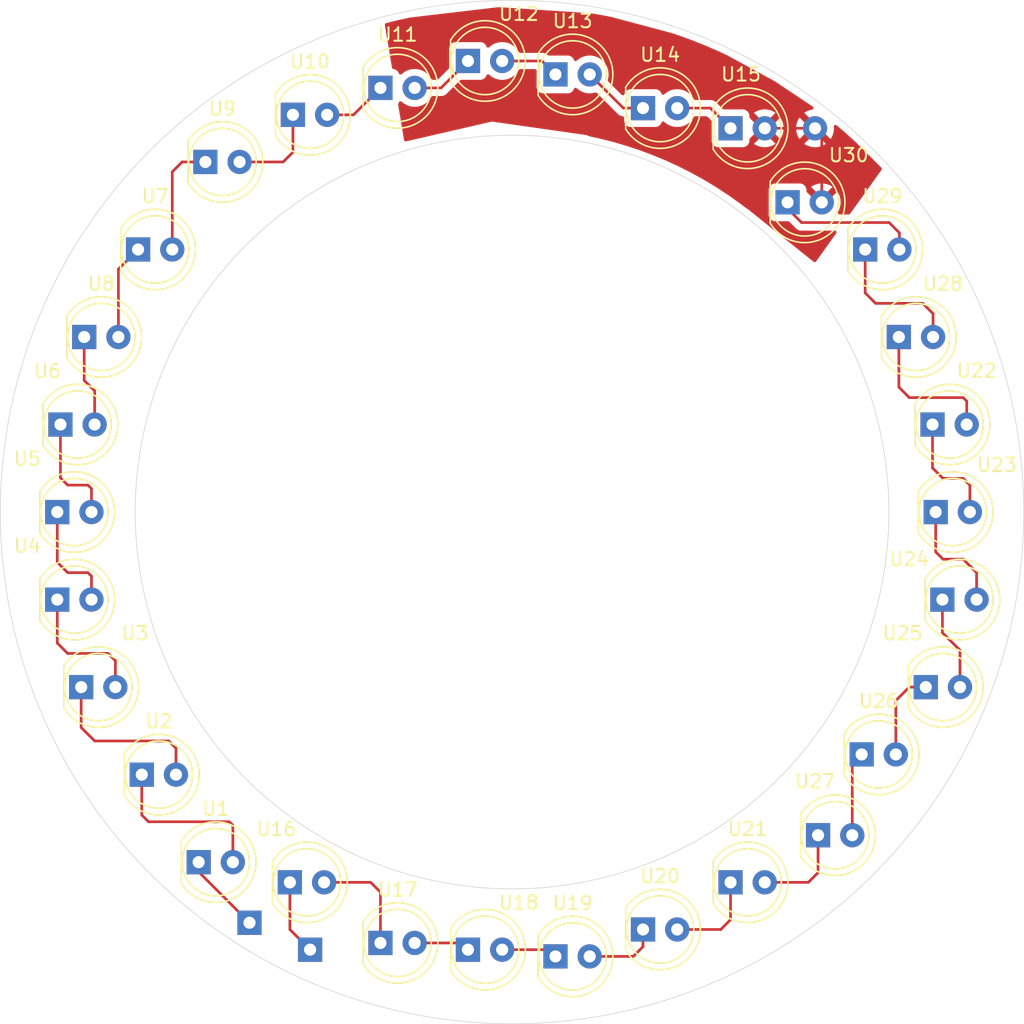
<source format=kicad_pcb>
(kicad_pcb (version 20240108) (generator "pcbnew") (generator_version "8.0")
  (layers (0 "F.Cu" signal) (31 "B.Cu" signal) (34 "B.Paste" user) (35 "F.Paste" user) (36 "B.SilkS" user "B.Silkscreen") (37 "F.SilkS" user "F.Silkscreen") (38 "B.Mask" user) (39 "F.Mask" user) (44 "Edge.Cuts" user))
  (net 0 "")
  (net 1 "Net-(R1-Pad1)")
  (net 2 "Net-(R2-Pad1)")
  (net 3 "Net-(U1-Pad2)")
  (net 4 "Net-(U2-Pad2)")
  (net 5 "Net-(U3-Pad2)")
  (net 6 "Net-(U4-Pad2)")
  (net 7 "Net-(U5-Pad2)")
  (net 8 "Net-(U6-Pad2)")
  (net 9 "Net-(U7-Pad1)")
  (net 10 "Net-(U7-Pad2)")
  (net 11 "Net-(U10-Pad1)")
  (net 12 "Net-(U10-Pad2)")
  (net 13 "Net-(U11-Pad2)")
  (net 14 "Net-(U12-Pad2)")
  (net 15 "Net-(U13-Pad2)")
  (net 16 "Net-(U14-Pad2)")
  (net 17 "GND")
  (net 18 "Net-(U16-Pad2)")
  (net 19 "Net-(U17-Pad2)")
  (net 20 "Net-(U18-Pad2)")
  (net 21 "Net-(U19-Pad2)")
  (net 22 "Net-(U20-Pad2)")
  (net 23 "Net-(U21-Pad2)")
  (net 24 "Net-(U22-Pad2)")
  (net 25 "Net-(U22-Pad1)")
  (net 26 "Net-(U23-Pad1)")
  (net 27 "Net-(U24-Pad1)")
  (net 28 "Net-(U25-Pad1)")
  (net 29 "Net-(U26-Pad1)")
  (net 30 "Net-(U28-Pad2)")
  (net 31 "Net-(U29-Pad2)")
  (footprint "LED_THT:LED_D5.0mm" (layer "F.Cu") (at 172.725 124)
    (property "Reference" "U27" (at -0.225 -4 0) (layer "F.SilkS"))
    (property "Value" "~")
    (fp_line (start -1.29 -1.545) (end -1.29 1.545) (stroke (width 0.12)) (layer "F.SilkS"))
    (fp_arc (start -1.29 -1.54483) (mid 2.072002 -2.880433) (end 4.26 0.000462) (stroke (width 0.12)) (layer "F.SilkS"))
    (fp_arc (start 4.26 -0.000462) (mid 2.072002 2.880433) (end -1.29 1.54483) (stroke (width 0.12)) (layer "F.SilkS"))
    (fp_circle (center 1.27 0) (end 3.77 0) (stroke (width 0.12)) (fill none) (layer "F.SilkS"))
    (pad "1" thru_hole rect (at 0 0) (size 1.8 1.8) (drill 0.9) (layers "*.Cu" "*.Mask") (net 23 "Net-(U21-Pad2)"))
    (pad "2" thru_hole circle (at 2.54 0) (size 1.8 1.8) (drill 0.9) (layers "*.Cu" "*.Mask") (net 29 "Net-(U26-Pad1)"))
  )
  (footprint "LED_THT:LED_D5.0mm" (layer "F.Cu") (at 127.225 74)
    (property "Reference" "U9" (at 1.27 -3.96 0) (layer "F.SilkS"))
    (property "Value" "~")
    (fp_line (start -1.29 -1.545) (end -1.29 1.545) (stroke (width 0.12)) (layer "F.SilkS"))
    (fp_arc (start -1.29 -1.54483) (mid 2.072002 -2.880433) (end 4.26 0.000462) (stroke (width 0.12)) (layer "F.SilkS"))
    (fp_arc (start 4.26 -0.000462) (mid 2.072002 2.880433) (end -1.29 1.54483) (stroke (width 0.12)) (layer "F.SilkS"))
    (fp_circle (center 1.27 0) (end 3.77 0) (stroke (width 0.12)) (fill none) (layer "F.SilkS"))
    (pad "1" thru_hole rect (at 0 0) (size 1.8 1.8) (drill 0.9) (layers "*.Cu" "*.Mask") (net 10 "Net-(U7-Pad2)"))
    (pad "2" thru_hole circle (at 2.54 0) (size 1.8 1.8) (drill 0.9) (layers "*.Cu" "*.Mask") (net 11 "Net-(U10-Pad1)"))
  )
  (footprint "LED_THT:LED_D5.0mm" (layer "F.Cu") (at 116.225 106.5)
    (property "Reference" "U4" (at -2.225 -4 0) (layer "F.SilkS"))
    (property "Value" "~")
    (fp_line (start -1.29 -1.545) (end -1.29 1.545) (stroke (width 0.12)) (layer "F.SilkS"))
    (fp_arc (start -1.29 -1.54483) (mid 2.072002 -2.880433) (end 4.26 0.000462) (stroke (width 0.12)) (layer "F.SilkS"))
    (fp_arc (start 4.26 -0.000462) (mid 2.072002 2.880433) (end -1.29 1.54483) (stroke (width 0.12)) (layer "F.SilkS"))
    (fp_circle (center 1.27 0) (end 3.77 0) (stroke (width 0.12)) (fill none) (layer "F.SilkS"))
    (pad "1" thru_hole rect (at 0 0) (size 1.8 1.8) (drill 0.9) (layers "*.Cu" "*.Mask") (net 5 "Net-(U3-Pad2)"))
    (pad "2" thru_hole circle (at 2.54 0) (size 1.8 1.8) (drill 0.9) (layers "*.Cu" "*.Mask") (net 6 "Net-(U4-Pad2)"))
  )
  (footprint "" (layer "F.Cu") (at 130.5 130.5)
    (property "Reference" "" (at 0 0 0) (layer "F.SilkS") (effects (font (size 1.27 1.27))))
    (property "Value" "")
    (pad "1" thru_hole rect (at 0 0) (size 1.8 1.8) (drill 0.9) (layers "*.Cu" "*.Mask") (net 1 "Net-(R1-Pad1)"))
  )
  (footprint "LED_THT:LED_D5.0mm" (layer "F.Cu") (at 116.46 93.5)
    (property "Reference" "U6" (at -0.96 -3.96 0) (layer "F.SilkS"))
    (property "Value" "~")
    (fp_line (start -1.29 -1.545) (end -1.29 1.545) (stroke (width 0.12)) (layer "F.SilkS"))
    (fp_arc (start -1.29 -1.54483) (mid 2.072002 -2.880433) (end 4.26 0.000462) (stroke (width 0.12)) (layer "F.SilkS"))
    (fp_arc (start 4.26 -0.000462) (mid 2.072002 2.880433) (end -1.29 1.54483) (stroke (width 0.12)) (layer "F.SilkS"))
    (fp_circle (center 1.27 0) (end 3.77 0) (stroke (width 0.12)) (fill none) (layer "F.SilkS"))
    (pad "1" thru_hole rect (at 0 0) (size 1.8 1.8) (drill 0.9) (layers "*.Cu" "*.Mask") (net 7 "Net-(U5-Pad2)"))
    (pad "2" thru_hole circle (at 2.54 0) (size 1.8 1.8) (drill 0.9) (layers "*.Cu" "*.Mask") (net 8 "Net-(U6-Pad2)"))
  )
  (footprint "LED_THT:LED_D5.0mm" (layer "F.Cu") (at 176.225 80.5)
    (property "Reference" "U29" (at 1.27 -3.96 0) (layer "F.SilkS"))
    (property "Value" "~")
    (fp_line (start -1.29 -1.545) (end -1.29 1.545) (stroke (width 0.12)) (layer "F.SilkS"))
    (fp_arc (start -1.29 -1.54483) (mid 2.072002 -2.880433) (end 4.26 0.000462) (stroke (width 0.12)) (layer "F.SilkS"))
    (fp_arc (start 4.26 -0.000462) (mid 2.072002 2.880433) (end -1.29 1.54483) (stroke (width 0.12)) (layer "F.SilkS"))
    (fp_circle (center 1.27 0) (end 3.77 0) (stroke (width 0.12)) (fill none) (layer "F.SilkS"))
    (pad "1" thru_hole rect (at 0 0) (size 1.8 1.8) (drill 0.9) (layers "*.Cu" "*.Mask") (net 30 "Net-(U28-Pad2)"))
    (pad "2" thru_hole circle (at 2.54 0) (size 1.8 1.8) (drill 0.9) (layers "*.Cu" "*.Mask") (net 31 "Net-(U29-Pad2)"))
  )
  (footprint "" (layer "F.Cu") (at 135 132.5)
    (property "Reference" "" (at 0 0 0) (layer "F.SilkS") (effects (font (size 1.27 1.27))))
    (property "Value" "")
    (pad "1" thru_hole rect (at 0 0) (size 1.8 1.8) (drill 0.9) (layers "*.Cu" "*.Mask") (net 2 "Net-(R2-Pad1)"))
  )
  (footprint "LED_THT:LED_D5.0mm" (layer "F.Cu") (at 118 113)
    (property "Reference" "U3" (at 4 -4 0) (layer "F.SilkS"))
    (property "Value" "~")
    (fp_line (start -1.29 -1.545) (end -1.29 1.545) (stroke (width 0.12)) (layer "F.SilkS"))
    (fp_arc (start -1.29 -1.54483) (mid 2.072002 -2.880433) (end 4.26 0.000462) (stroke (width 0.12)) (layer "F.SilkS"))
    (fp_arc (start 4.26 -0.000462) (mid 2.072002 2.880433) (end -1.29 1.54483) (stroke (width 0.12)) (layer "F.SilkS"))
    (fp_circle (center 1.27 0) (end 3.77 0) (stroke (width 0.12)) (fill none) (layer "F.SilkS"))
    (pad "1" thru_hole rect (at 0 0) (size 1.8 1.8) (drill 0.9) (layers "*.Cu" "*.Mask") (net 4 "Net-(U2-Pad2)"))
    (pad "2" thru_hole circle (at 2.54 0) (size 1.8 1.8) (drill 0.9) (layers "*.Cu" "*.Mask") (net 5 "Net-(U3-Pad2)"))
  )
  (footprint "" (layer "F.Cu") (at 172.5 71.5)
    (property "Reference" "" (at 0 0 0) (layer "F.SilkS") (effects (font (size 1.27 1.27))))
    (property "Value" "")
    (pad "2" thru_hole circle (at 0 0) (size 1.8 1.8) (drill 0.9) (layers "*.Cu" "*.Mask") (net 17 "GND"))
  )
  (footprint "LED_THT:LED_D5.0mm" (layer "F.Cu") (at 159.725 70)
    (property "Reference" "U14" (at 1.27 -3.96 0) (layer "F.SilkS"))
    (property "Value" "~")
    (fp_line (start -1.29 -1.545) (end -1.29 1.545) (stroke (width 0.12)) (layer "F.SilkS"))
    (fp_arc (start -1.29 -1.54483) (mid 2.072002 -2.880433) (end 4.26 0.000462) (stroke (width 0.12)) (layer "F.SilkS"))
    (fp_arc (start 4.26 -0.000462) (mid 2.072002 2.880433) (end -1.29 1.54483) (stroke (width 0.12)) (layer "F.SilkS"))
    (fp_circle (center 1.27 0) (end 3.77 0) (stroke (width 0.12)) (fill none) (layer "F.SilkS"))
    (pad "1" thru_hole rect (at 0 0) (size 1.8 1.8) (drill 0.9) (layers "*.Cu" "*.Mask") (net 15 "Net-(U13-Pad2)"))
    (pad "2" thru_hole circle (at 2.54 0) (size 1.8 1.8) (drill 0.9) (layers "*.Cu" "*.Mask") (net 16 "Net-(U14-Pad2)"))
  )
  (footprint "LED_THT:LED_D5.0mm" (layer "F.Cu") (at 180.725 113)
    (property "Reference" "U25" (at -1.725 -4 0) (layer "F.SilkS"))
    (property "Value" "~")
    (fp_line (start -1.29 -1.545) (end -1.29 1.545) (stroke (width 0.12)) (layer "F.SilkS"))
    (fp_arc (start -1.29 -1.54483) (mid 2.072002 -2.880433) (end 4.26 0.000462) (stroke (width 0.12)) (layer "F.SilkS"))
    (fp_arc (start 4.26 -0.000462) (mid 2.072002 2.880433) (end -1.29 1.54483) (stroke (width 0.12)) (layer "F.SilkS"))
    (fp_circle (center 1.27 0) (end 3.77 0) (stroke (width 0.12)) (fill none) (layer "F.SilkS"))
    (pad "1" thru_hole rect (at 0 0) (size 1.8 1.8) (drill 0.9) (layers "*.Cu" "*.Mask") (net 28 "Net-(U25-Pad1)"))
    (pad "2" thru_hole circle (at 2.54 0) (size 1.8 1.8) (drill 0.9) (layers "*.Cu" "*.Mask") (net 27 "Net-(U24-Pad1)"))
  )
  (footprint "LED_THT:LED_D5.0mm" (layer "F.Cu") (at 181.96 106.5)
    (property "Reference" "U24" (at -2.46 -3 0) (layer "F.SilkS"))
    (property "Value" "~")
    (fp_line (start -1.29 -1.545) (end -1.29 1.545) (stroke (width 0.12)) (layer "F.SilkS"))
    (fp_arc (start -1.29 -1.54483) (mid 2.072002 -2.880433) (end 4.26 0.000462) (stroke (width 0.12)) (layer "F.SilkS"))
    (fp_arc (start 4.26 -0.000462) (mid 2.072002 2.880433) (end -1.29 1.54483) (stroke (width 0.12)) (layer "F.SilkS"))
    (fp_circle (center 1.27 0) (end 3.77 0) (stroke (width 0.12)) (fill none) (layer "F.SilkS"))
    (pad "1" thru_hole rect (at 0 0) (size 1.8 1.8) (drill 0.9) (layers "*.Cu" "*.Mask") (net 27 "Net-(U24-Pad1)"))
    (pad "2" thru_hole circle (at 2.54 0) (size 1.8 1.8) (drill 0.9) (layers "*.Cu" "*.Mask") (net 26 "Net-(U23-Pad1)"))
  )
  (footprint "LED_THT:LED_D5.0mm" (layer "F.Cu") (at 181.225 93.5)
    (property "Reference" "U22" (at 3.275 -4 0) (layer "F.SilkS"))
    (property "Value" "~")
    (fp_line (start -1.29 -1.545) (end -1.29 1.545) (stroke (width 0.12)) (layer "F.SilkS"))
    (fp_arc (start -1.29 -1.54483) (mid 2.072002 -2.880433) (end 4.26 0.000462) (stroke (width 0.12)) (layer "F.SilkS"))
    (fp_arc (start 4.26 -0.000462) (mid 2.072002 2.880433) (end -1.29 1.54483) (stroke (width 0.12)) (layer "F.SilkS"))
    (fp_circle (center 1.27 0) (end 3.77 0) (stroke (width 0.12)) (fill none) (layer "F.SilkS"))
    (pad "1" thru_hole rect (at 0 0) (size 1.8 1.8) (drill 0.9) (layers "*.Cu" "*.Mask") (net 25 "Net-(U22-Pad1)"))
    (pad "2" thru_hole circle (at 2.54 0) (size 1.8 1.8) (drill 0.9) (layers "*.Cu" "*.Mask") (net 24 "Net-(U22-Pad2)"))
  )
  (footprint "LED_THT:LED_D5.0mm" (layer "F.Cu") (at 146.725 132.5)
    (property "Reference" "U18" (at 3.775 -3.5 0) (layer "F.SilkS"))
    (property "Value" "~")
    (fp_line (start -1.29 -1.545) (end -1.29 1.545) (stroke (width 0.12)) (layer "F.SilkS"))
    (fp_arc (start -1.29 -1.54483) (mid 2.072002 -2.880433) (end 4.26 0.000462) (stroke (width 0.12)) (layer "F.SilkS"))
    (fp_arc (start 4.26 -0.000462) (mid 2.072002 2.880433) (end -1.29 1.54483) (stroke (width 0.12)) (layer "F.SilkS"))
    (fp_circle (center 1.27 0) (end 3.77 0) (stroke (width 0.12)) (fill none) (layer "F.SilkS"))
    (pad "1" thru_hole rect (at 0 0) (size 1.8 1.8) (drill 0.9) (layers "*.Cu" "*.Mask") (net 19 "Net-(U17-Pad2)"))
    (pad "2" thru_hole circle (at 2.54 0) (size 1.8 1.8) (drill 0.9) (layers "*.Cu" "*.Mask") (net 20 "Net-(U18-Pad2)"))
  )
  (footprint "LED_THT:LED_D5.0mm" (layer "F.Cu") (at 153.225 133)
    (property "Reference" "U19" (at 1.27 -3.96 0) (layer "F.SilkS"))
    (property "Value" "~")
    (fp_line (start -1.29 -1.545) (end -1.29 1.545) (stroke (width 0.12)) (layer "F.SilkS"))
    (fp_arc (start -1.29 -1.54483) (mid 2.072002 -2.880433) (end 4.26 0.000462) (stroke (width 0.12)) (layer "F.SilkS"))
    (fp_arc (start 4.26 -0.000462) (mid 2.072002 2.880433) (end -1.29 1.54483) (stroke (width 0.12)) (layer "F.SilkS"))
    (fp_circle (center 1.27 0) (end 3.77 0) (stroke (width 0.12)) (fill none) (layer "F.SilkS"))
    (pad "1" thru_hole rect (at 0 0) (size 1.8 1.8) (drill 0.9) (layers "*.Cu" "*.Mask") (net 20 "Net-(U18-Pad2)"))
    (pad "2" thru_hole circle (at 2.54 0) (size 1.8 1.8) (drill 0.9) (layers "*.Cu" "*.Mask") (net 21 "Net-(U19-Pad2)"))
  )
  (footprint "LED_THT:LED_D5.0mm" (layer "F.Cu") (at 140.225 68.5)
    (property "Reference" "U11" (at 1.27 -3.96 0) (layer "F.SilkS"))
    (property "Value" "~")
    (fp_line (start -1.29 -1.545) (end -1.29 1.545) (stroke (width 0.12)) (layer "F.SilkS"))
    (fp_arc (start -1.29 -1.54483) (mid 2.072002 -2.880433) (end 4.26 0.000462) (stroke (width 0.12)) (layer "F.SilkS"))
    (fp_arc (start 4.26 -0.000462) (mid 2.072002 2.880433) (end -1.29 1.54483) (stroke (width 0.12)) (layer "F.SilkS"))
    (fp_circle (center 1.27 0) (end 3.77 0) (stroke (width 0.12)) (fill none) (layer "F.SilkS"))
    (pad "1" thru_hole rect (at 0 0) (size 1.8 1.8) (drill 0.9) (layers "*.Cu" "*.Mask") (net 12 "Net-(U10-Pad2)"))
    (pad "2" thru_hole circle (at 2.54 0) (size 1.8 1.8) (drill 0.9) (layers "*.Cu" "*.Mask") (net 13 "Net-(U11-Pad2)"))
  )
  (footprint "LED_THT:LED_D5.0mm" (layer "F.Cu") (at 133.5 127.5)
    (property "Reference" "U16" (at -1 -3.96 0) (layer "F.SilkS"))
    (property "Value" "~")
    (fp_line (start -1.29 -1.545) (end -1.29 1.545) (stroke (width 0.12)) (layer "F.SilkS"))
    (fp_arc (start -1.29 -1.54483) (mid 2.072002 -2.880433) (end 4.26 0.000462) (stroke (width 0.12)) (layer "F.SilkS"))
    (fp_arc (start 4.26 -0.000462) (mid 2.072002 2.880433) (end -1.29 1.54483) (stroke (width 0.12)) (layer "F.SilkS"))
    (fp_circle (center 1.27 0) (end 3.77 0) (stroke (width 0.12)) (fill none) (layer "F.SilkS"))
    (pad "1" thru_hole rect (at 0 0) (size 1.8 1.8) (drill 0.9) (layers "*.Cu" "*.Mask") (net 2 "Net-(R2-Pad1)"))
    (pad "2" thru_hole circle (at 2.54 0) (size 1.8 1.8) (drill 0.9) (layers "*.Cu" "*.Mask") (net 18 "Net-(U16-Pad2)"))
  )
  (footprint "LED_THT:LED_D5.0mm" (layer "F.Cu") (at 170.46 77)
    (property "Reference" "U30" (at 4.54 -3.5 0) (layer "F.SilkS"))
    (property "Value" "~")
    (fp_line (start -1.29 -1.545) (end -1.29 1.545) (stroke (width 0.12)) (layer "F.SilkS"))
    (fp_arc (start -1.29 -1.54483) (mid 2.072002 -2.880433) (end 4.26 0.000462) (stroke (width 0.12)) (layer "F.SilkS"))
    (fp_arc (start 4.26 -0.000462) (mid 2.072002 2.880433) (end -1.29 1.54483) (stroke (width 0.12)) (layer "F.SilkS"))
    (fp_circle (center 1.27 0) (end 3.77 0) (stroke (width 0.12)) (fill none) (layer "F.SilkS"))
    (pad "1" thru_hole rect (at 0 0) (size 1.8 1.8) (drill 0.9) (layers "*.Cu" "*.Mask") (net 31 "Net-(U29-Pad2)"))
    (pad "2" thru_hole circle (at 2.54 0) (size 1.8 1.8) (drill 0.9) (layers "*.Cu" "*.Mask") (net 17 "GND"))
  )
  (footprint "LED_THT:LED_D5.0mm" (layer "F.Cu") (at 153.225 67.5)
    (property "Reference" "U13" (at 1.27 -3.96 0) (layer "F.SilkS"))
    (property "Value" "~")
    (fp_line (start -1.29 -1.545) (end -1.29 1.545) (stroke (width 0.12)) (layer "F.SilkS"))
    (fp_arc (start -1.29 -1.54483) (mid 2.072002 -2.880433) (end 4.26 0.000462) (stroke (width 0.12)) (layer "F.SilkS"))
    (fp_arc (start 4.26 -0.000462) (mid 2.072002 2.880433) (end -1.29 1.54483) (stroke (width 0.12)) (layer "F.SilkS"))
    (fp_circle (center 1.27 0) (end 3.77 0) (stroke (width 0.12)) (fill none) (layer "F.SilkS"))
    (pad "1" thru_hole rect (at 0 0) (size 1.8 1.8) (drill 0.9) (layers "*.Cu" "*.Mask") (net 14 "Net-(U12-Pad2)"))
    (pad "2" thru_hole circle (at 2.54 0) (size 1.8 1.8) (drill 0.9) (layers "*.Cu" "*.Mask") (net 15 "Net-(U13-Pad2)"))
  )
  (footprint "LED_THT:LED_D5.0mm" (layer "F.Cu") (at 166.225 127.5)
    (property "Reference" "U21" (at 1.27 -3.96 0) (layer "F.SilkS"))
    (property "Value" "~")
    (fp_line (start -1.29 -1.545) (end -1.29 1.545) (stroke (width 0.12)) (layer "F.SilkS"))
    (fp_arc (start -1.29 -1.54483) (mid 2.072002 -2.880433) (end 4.26 0.000462) (stroke (width 0.12)) (layer "F.SilkS"))
    (fp_arc (start 4.26 -0.000462) (mid 2.072002 2.880433) (end -1.29 1.54483) (stroke (width 0.12)) (layer "F.SilkS"))
    (fp_circle (center 1.27 0) (end 3.77 0) (stroke (width 0.12)) (fill none) (layer "F.SilkS"))
    (pad "1" thru_hole rect (at 0 0) (size 1.8 1.8) (drill 0.9) (layers "*.Cu" "*.Mask") (net 22 "Net-(U20-Pad2)"))
    (pad "2" thru_hole circle (at 2.54 0) (size 1.8 1.8) (drill 0.9) (layers "*.Cu" "*.Mask") (net 23 "Net-(U21-Pad2)"))
  )
  (footprint "LED_THT:LED_D5.0mm" (layer "F.Cu") (at 178.725 87)
    (property "Reference" "U28" (at 3.275 -3.96 0) (layer "F.SilkS"))
    (property "Value" "~")
    (fp_line (start -1.29 -1.545) (end -1.29 1.545) (stroke (width 0.12)) (layer "F.SilkS"))
    (fp_arc (start -1.29 -1.54483) (mid 2.072002 -2.880433) (end 4.26 0.000462) (stroke (width 0.12)) (layer "F.SilkS"))
    (fp_arc (start 4.26 -0.000462) (mid 2.072002 2.880433) (end -1.29 1.54483) (stroke (width 0.12)) (layer "F.SilkS"))
    (fp_circle (center 1.27 0) (end 3.77 0) (stroke (width 0.12)) (fill none) (layer "F.SilkS"))
    (pad "1" thru_hole rect (at 0 0) (size 1.8 1.8) (drill 0.9) (layers "*.Cu" "*.Mask") (net 24 "Net-(U22-Pad2)"))
    (pad "2" thru_hole circle (at 2.54 0) (size 1.8 1.8) (drill 0.9) (layers "*.Cu" "*.Mask") (net 30 "Net-(U28-Pad2)"))
  )
  (footprint "LED_THT:LED_D5.0mm" (layer "F.Cu") (at 175.96 118)
    (property "Reference" "U26" (at 1.27 -3.96 0) (layer "F.SilkS"))
    (property "Value" "~")
    (fp_line (start -1.29 -1.545) (end -1.29 1.545) (stroke (width 0.12)) (layer "F.SilkS"))
    (fp_arc (start -1.29 -1.54483) (mid 2.072002 -2.880433) (end 4.26 0.000462) (stroke (width 0.12)) (layer "F.SilkS"))
    (fp_arc (start 4.26 -0.000462) (mid 2.072002 2.880433) (end -1.29 1.54483) (stroke (width 0.12)) (layer "F.SilkS"))
    (fp_circle (center 1.27 0) (end 3.77 0) (stroke (width 0.12)) (fill none) (layer "F.SilkS"))
    (pad "1" thru_hole rect (at 0 0) (size 1.8 1.8) (drill 0.9) (layers "*.Cu" "*.Mask") (net 29 "Net-(U26-Pad1)"))
    (pad "2" thru_hole circle (at 2.54 0) (size 1.8 1.8) (drill 0.9) (layers "*.Cu" "*.Mask") (net 28 "Net-(U25-Pad1)"))
  )
  (footprint "LED_THT:LED_D5.0mm" (layer "F.Cu") (at 122.5 119.5)
    (property "Reference" "U2" (at 1.27 -3.96 0) (layer "F.SilkS"))
    (property "Value" "~")
    (fp_line (start -1.29 -1.545) (end -1.29 1.545) (stroke (width 0.12)) (layer "F.SilkS"))
    (fp_arc (start -1.29 -1.54483) (mid 2.072002 -2.880433) (end 4.26 0.000462) (stroke (width 0.12)) (layer "F.SilkS"))
    (fp_arc (start 4.26 -0.000462) (mid 2.072002 2.880433) (end -1.29 1.54483) (stroke (width 0.12)) (layer "F.SilkS"))
    (fp_circle (center 1.27 0) (end 3.77 0) (stroke (width 0.12)) (fill none) (layer "F.SilkS"))
    (pad "1" thru_hole rect (at 0 0) (size 1.8 1.8) (drill 0.9) (layers "*.Cu" "*.Mask") (net 3 "Net-(U1-Pad2)"))
    (pad "2" thru_hole circle (at 2.54 0) (size 1.8 1.8) (drill 0.9) (layers "*.Cu" "*.Mask") (net 4 "Net-(U2-Pad2)"))
  )
  (footprint "LED_THT:LED_D5.0mm" (layer "F.Cu") (at 116.225 100)
    (property "Reference" "U5" (at -2.225 -3.96 0) (layer "F.SilkS"))
    (property "Value" "~")
    (fp_line (start -1.29 -1.545) (end -1.29 1.545) (stroke (width 0.12)) (layer "F.SilkS"))
    (fp_arc (start -1.29 -1.54483) (mid 2.072002 -2.880433) (end 4.26 0.000462) (stroke (width 0.12)) (layer "F.SilkS"))
    (fp_arc (start 4.26 -0.000462) (mid 2.072002 2.880433) (end -1.29 1.54483) (stroke (width 0.12)) (layer "F.SilkS"))
    (fp_circle (center 1.27 0) (end 3.77 0) (stroke (width 0.12)) (fill none) (layer "F.SilkS"))
    (pad "1" thru_hole rect (at 0 0) (size 1.8 1.8) (drill 0.9) (layers "*.Cu" "*.Mask") (net 6 "Net-(U4-Pad2)"))
    (pad "2" thru_hole circle (at 2.54 0) (size 1.8 1.8) (drill 0.9) (layers "*.Cu" "*.Mask") (net 7 "Net-(U5-Pad2)"))
  )
  (footprint "LED_THT:LED_D5.0mm" (layer "F.Cu") (at 133.725 70.5)
    (property "Reference" "U10" (at 1.27 -3.96 0) (layer "F.SilkS"))
    (property "Value" "~")
    (fp_line (start -1.29 -1.545) (end -1.29 1.545) (stroke (width 0.12)) (layer "F.SilkS"))
    (fp_arc (start -1.29 -1.54483) (mid 2.072002 -2.880433) (end 4.26 0.000462) (stroke (width 0.12)) (layer "F.SilkS"))
    (fp_arc (start 4.26 -0.000462) (mid 2.072002 2.880433) (end -1.29 1.54483) (stroke (width 0.12)) (layer "F.SilkS"))
    (fp_circle (center 1.27 0) (end 3.77 0) (stroke (width 0.12)) (fill none) (layer "F.SilkS"))
    (pad "1" thru_hole rect (at 0 0) (size 1.8 1.8) (drill 0.9) (layers "*.Cu" "*.Mask") (net 11 "Net-(U10-Pad1)"))
    (pad "2" thru_hole circle (at 2.54 0) (size 1.8 1.8) (drill 0.9) (layers "*.Cu" "*.Mask") (net 12 "Net-(U10-Pad2)"))
  )
  (footprint "LED_THT:LED_D5.0mm" (layer "F.Cu") (at 181.46 100)
    (property "Reference" "U23" (at 4.54 -3.5 0) (layer "F.SilkS"))
    (property "Value" "~")
    (fp_line (start -1.29 -1.545) (end -1.29 1.545) (stroke (width 0.12)) (layer "F.SilkS"))
    (fp_arc (start -1.29 -1.54483) (mid 2.072002 -2.880433) (end 4.26 0.000462) (stroke (width 0.12)) (layer "F.SilkS"))
    (fp_arc (start 4.26 -0.000462) (mid 2.072002 2.880433) (end -1.29 1.54483) (stroke (width 0.12)) (layer "F.SilkS"))
    (fp_circle (center 1.27 0) (end 3.77 0) (stroke (width 0.12)) (fill none) (layer "F.SilkS"))
    (pad "1" thru_hole rect (at 0 0) (size 1.8 1.8) (drill 0.9) (layers "*.Cu" "*.Mask") (net 26 "Net-(U23-Pad1)"))
    (pad "2" thru_hole circle (at 2.54 0) (size 1.8 1.8) (drill 0.9) (layers "*.Cu" "*.Mask") (net 25 "Net-(U22-Pad1)"))
  )
  (footprint "LED_THT:LED_D5.0mm" (layer "F.Cu") (at 126.725 126)
    (property "Reference" "U1" (at 1.27 -3.96 0) (layer "F.SilkS"))
    (property "Value" "~")
    (fp_line (start -1.29 -1.545) (end -1.29 1.545) (stroke (width 0.12)) (layer "F.SilkS"))
    (fp_arc (start -1.29 -1.54483) (mid 2.072002 -2.880433) (end 4.26 0.000462) (stroke (width 0.12)) (layer "F.SilkS"))
    (fp_arc (start 4.26 -0.000462) (mid 2.072002 2.880433) (end -1.29 1.54483) (stroke (width 0.12)) (layer "F.SilkS"))
    (fp_circle (center 1.27 0) (end 3.77 0) (stroke (width 0.12)) (fill none) (layer "F.SilkS"))
    (pad "1" thru_hole rect (at 0 0) (size 1.8 1.8) (drill 0.9) (layers "*.Cu" "*.Mask") (net 1 "Net-(R1-Pad1)"))
    (pad "2" thru_hole circle (at 2.54 0) (size 1.8 1.8) (drill 0.9) (layers "*.Cu" "*.Mask") (net 3 "Net-(U1-Pad2)"))
  )
  (footprint "LED_THT:LED_D5.0mm" (layer "F.Cu") (at 140.225 132)
    (property "Reference" "U17" (at 1.27 -3.96 0) (layer "F.SilkS"))
    (property "Value" "~")
    (fp_line (start -1.29 -1.545) (end -1.29 1.545) (stroke (width 0.12)) (layer "F.SilkS"))
    (fp_arc (start -1.29 -1.54483) (mid 2.072002 -2.880433) (end 4.26 0.000462) (stroke (width 0.12)) (layer "F.SilkS"))
    (fp_arc (start 4.26 -0.000462) (mid 2.072002 2.880433) (end -1.29 1.54483) (stroke (width 0.12)) (layer "F.SilkS"))
    (fp_circle (center 1.27 0) (end 3.77 0) (stroke (width 0.12)) (fill none) (layer "F.SilkS"))
    (pad "1" thru_hole rect (at 0 0) (size 1.8 1.8) (drill 0.9) (layers "*.Cu" "*.Mask") (net 18 "Net-(U16-Pad2)"))
    (pad "2" thru_hole circle (at 2.54 0) (size 1.8 1.8) (drill 0.9) (layers "*.Cu" "*.Mask") (net 19 "Net-(U17-Pad2)"))
  )
  (footprint "LED_THT:LED_D5.0mm" (layer "F.Cu") (at 166.225 71.5)
    (property "Reference" "U15" (at 0.775 -4 0) (layer "F.SilkS"))
    (property "Value" "~")
    (fp_line (start -1.29 -1.545) (end -1.29 1.545) (stroke (width 0.12)) (layer "F.SilkS"))
    (fp_arc (start -1.29 -1.54483) (mid 2.072002 -2.880433) (end 4.26 0.000462) (stroke (width 0.12)) (layer "F.SilkS"))
    (fp_arc (start 4.26 -0.000462) (mid 2.072002 2.880433) (end -1.29 1.54483) (stroke (width 0.12)) (layer "F.SilkS"))
    (fp_circle (center 1.27 0) (end 3.77 0) (stroke (width 0.12)) (fill none) (layer "F.SilkS"))
    (pad "1" thru_hole rect (at 0 0) (size 1.8 1.8) (drill 0.9) (layers "*.Cu" "*.Mask") (net 16 "Net-(U14-Pad2)"))
    (pad "2" thru_hole circle (at 2.54 0) (size 1.8 1.8) (drill 0.9) (layers "*.Cu" "*.Mask") (net 17 "GND"))
  )
  (footprint "LED_THT:LED_D5.0mm" (layer "F.Cu") (at 159.725 131)
    (property "Reference" "U20" (at 1.27 -3.96 0) (layer "F.SilkS"))
    (property "Value" "~")
    (fp_line (start -1.29 -1.545) (end -1.29 1.545) (stroke (width 0.12)) (layer "F.SilkS"))
    (fp_arc (start -1.29 -1.54483) (mid 2.072002 -2.880433) (end 4.26 0.000462) (stroke (width 0.12)) (layer "F.SilkS"))
    (fp_arc (start 4.26 -0.000462) (mid 2.072002 2.880433) (end -1.29 1.54483) (stroke (width 0.12)) (layer "F.SilkS"))
    (fp_circle (center 1.27 0) (end 3.77 0) (stroke (width 0.12)) (fill none) (layer "F.SilkS"))
    (pad "1" thru_hole rect (at 0 0) (size 1.8 1.8) (drill 0.9) (layers "*.Cu" "*.Mask") (net 21 "Net-(U19-Pad2)"))
    (pad "2" thru_hole circle (at 2.54 0) (size 1.8 1.8) (drill 0.9) (layers "*.Cu" "*.Mask") (net 22 "Net-(U20-Pad2)"))
  )
  (footprint "LED_THT:LED_D5.0mm" (layer "F.Cu") (at 122.225 80.5)
    (property "Reference" "U7" (at 1.27 -3.96 0) (layer "F.SilkS"))
    (property "Value" "~")
    (fp_line (start -1.29 -1.545) (end -1.29 1.545) (stroke (width 0.12)) (layer "F.SilkS"))
    (fp_arc (start -1.29 -1.54483) (mid 2.072002 -2.880433) (end 4.26 0.000462) (stroke (width 0.12)) (layer "F.SilkS"))
    (fp_arc (start 4.26 -0.000462) (mid 2.072002 2.880433) (end -1.29 1.54483) (stroke (width 0.12)) (layer "F.SilkS"))
    (fp_circle (center 1.27 0) (end 3.77 0) (stroke (width 0.12)) (fill none) (layer "F.SilkS"))
    (pad "1" thru_hole rect (at 0 0) (size 1.8 1.8) (drill 0.9) (layers "*.Cu" "*.Mask") (net 9 "Net-(U7-Pad1)"))
    (pad "2" thru_hole circle (at 2.54 0) (size 1.8 1.8) (drill 0.9) (layers "*.Cu" "*.Mask") (net 10 "Net-(U7-Pad2)"))
  )
  (footprint "LED_THT:LED_D5.0mm" (layer "F.Cu") (at 146.725 66.5)
    (property "Reference" "U12" (at 3.775 -3.5 0) (layer "F.SilkS"))
    (property "Value" "~")
    (fp_line (start -1.29 -1.545) (end -1.29 1.545) (stroke (width 0.12)) (layer "F.SilkS"))
    (fp_arc (start -1.29 -1.54483) (mid 2.072002 -2.880433) (end 4.26 0.000462) (stroke (width 0.12)) (layer "F.SilkS"))
    (fp_arc (start 4.26 -0.000462) (mid 2.072002 2.880433) (end -1.29 1.54483) (stroke (width 0.12)) (layer "F.SilkS"))
    (fp_circle (center 1.27 0) (end 3.77 0) (stroke (width 0.12)) (fill none) (layer "F.SilkS"))
    (pad "1" thru_hole rect (at 0 0) (size 1.8 1.8) (drill 0.9) (layers "*.Cu" "*.Mask") (net 13 "Net-(U11-Pad2)"))
    (pad "2" thru_hole circle (at 2.54 0) (size 1.8 1.8) (drill 0.9) (layers "*.Cu" "*.Mask") (net 14 "Net-(U12-Pad2)"))
  )
  (footprint "LED_THT:LED_D5.0mm" (layer "F.Cu") (at 118.225 87)
    (property "Reference" "U8" (at 1.27 -3.96 0) (layer "F.SilkS"))
    (property "Value" "~")
    (fp_line (start -1.29 -1.545) (end -1.29 1.545) (stroke (width 0.12)) (layer "F.SilkS"))
    (fp_arc (start -1.29 -1.54483) (mid 2.072002 -2.880433) (end 4.26 0.000462) (stroke (width 0.12)) (layer "F.SilkS"))
    (fp_arc (start 4.26 -0.000462) (mid 2.072002 2.880433) (end -1.29 1.54483) (stroke (width 0.12)) (layer "F.SilkS"))
    (fp_circle (center 1.27 0) (end 3.77 0) (stroke (width 0.12)) (fill none) (layer "F.SilkS"))
    (pad "1" thru_hole rect (at 0 0) (size 1.8 1.8) (drill 0.9) (layers "*.Cu" "*.Mask") (net 8 "Net-(U6-Pad2)"))
    (pad "2" thru_hole circle (at 2.54 0) (size 1.8 1.8) (drill 0.9) (layers "*.Cu" "*.Mask") (net 9 "Net-(U7-Pad1)"))
  )
  (gr_circle (center 150 100) (end 176.5 109) (stroke (width 0.05)) (fill none) (layer "Edge.Cuts"))
  (gr_circle (center 150 100) (end 188 100.5) (stroke (width 0.05)) (fill none) (layer "Edge.Cuts"))
  (segment (start 126.725 126) (end 126.725 126.725) (width 0.2) (layer "F.Cu") (net 1))
  (segment (start 126.725 126.725) (end 130.5 130.5) (width 0.2) (layer "F.Cu") (net 1))
  (segment (start 133.5 131) (end 135 132.5) (width 0.2) (layer "F.Cu") (net 2))
  (segment (start 133.5 127.5) (end 133.5 131) (width 0.2) (layer "F.Cu") (net 2))
  (segment (start 129.265 126) (end 129.265 123.265) (width 0.2) (layer "F.Cu") (net 3))
  (segment (start 129 123) (end 123 123) (width 0.2) (layer "F.Cu") (net 3))
  (segment (start 129.265 123.265) (end 129 123) (width 0.2) (layer "F.Cu") (net 3))
  (segment (start 123 123) (end 122.5 122.5) (width 0.2) (layer "F.Cu") (net 3))
  (segment (start 122.5 122.5) (end 122.5 119.5) (width 0.2) (layer "F.Cu") (net 3))
  (segment (start 125.04 119.5) (end 125.04 117.54) (width 0.2) (layer "F.Cu") (net 4))
  (segment (start 119 117) (end 118 116) (width 0.2) (layer "F.Cu") (net 4))
  (segment (start 124.5 117) (end 119 117) (width 0.2) (layer "F.Cu") (net 4))
  (segment (start 125.04 117.54) (end 124.5 117) (width 0.2) (layer "F.Cu") (net 4))
  (segment (start 118 116) (end 118 113) (width 0.2) (layer "F.Cu") (net 4))
  (segment (start 120.54 113) (end 120.54 111.04) (width 0.2) (layer "F.Cu") (net 5))
  (segment (start 117 110.5) (end 116.225 109.725) (width 0.2) (layer "F.Cu") (net 5))
  (segment (start 120 110.5) (end 117 110.5) (width 0.2) (layer "F.Cu") (net 5))
  (segment (start 120.54 111.04) (end 120 110.5) (width 0.2) (layer "F.Cu") (net 5))
  (segment (start 116.225 109.725) (end 116.225 106.5) (width 0.2) (layer "F.Cu") (net 5))
  (segment (start 117 104.5) (end 116.225 103.725) (width 0.2) (layer "F.Cu") (net 6))
  (segment (start 118.765 104.765) (end 118.5 104.5) (width 0.2) (layer "F.Cu") (net 6))
  (segment (start 116.225 103.725) (end 116.225 100) (width 0.2) (layer "F.Cu") (net 6))
  (segment (start 118.5 104.5) (end 117 104.5) (width 0.2) (layer "F.Cu") (net 6))
  (segment (start 118.765 106.5) (end 118.765 104.765) (width 0.2) (layer "F.Cu") (net 6))
  (segment (start 118.765 98.265) (end 118.5 98) (width 0.2) (layer "F.Cu") (net 7))
  (segment (start 118.765 100) (end 118.765 98.265) (width 0.2) (layer "F.Cu") (net 7))
  (segment (start 117 98) (end 116.46 97.46) (width 0.2) (layer "F.Cu") (net 7))
  (segment (start 116.46 97.46) (end 116.46 93.5) (width 0.2) (layer "F.Cu") (net 7))
  (segment (start 118.5 98) (end 117 98) (width 0.2) (layer "F.Cu") (net 7))
  (segment (start 119 91) (end 118.225 90.225) (width 0.2) (layer "F.Cu") (net 8))
  (segment (start 118.225 90.225) (end 118.225 87) (width 0.2) (layer "F.Cu") (net 8))
  (segment (start 119 93.5) (end 119 91) (width 0.2) (layer "F.Cu") (net 8))
  (segment (start 120.765 81.96) (end 122.225 80.5) (width 0.2) (layer "F.Cu") (net 9))
  (segment (start 120.765 87) (end 120.765 81.96) (width 0.2) (layer "F.Cu") (net 9))
  (segment (start 125.5 74) (end 127.225 74) (width 0.2) (layer "F.Cu") (net 10))
  (segment (start 124.765 74.735) (end 125.5 74) (width 0.2) (layer "F.Cu") (net 10))
  (segment (start 124.765 80.5) (end 124.765 74.735) (width 0.2) (layer "F.Cu") (net 10))
  (segment (start 133.725 73.275) (end 133.725 70.5) (width 0.2) (layer "F.Cu") (net 11))
  (segment (start 133 74) (end 133.725 73.275) (width 0.2) (layer "F.Cu") (net 11))
  (segment (start 129.765 74) (end 133 74) (width 0.2) (layer "F.Cu") (net 11))
  (segment (start 138.225 70.5) (end 140.225 68.5) (width 0.2) (layer "F.Cu") (net 12))
  (segment (start 136.265 70.5) (end 138.225 70.5) (width 0.2) (layer "F.Cu") (net 12))
  (segment (start 144.725 68.5) (end 146.725 66.5) (width 0.2) (layer "F.Cu") (net 13))
  (segment (start 142.765 68.5) (end 144.725 68.5) (width 0.2) (layer "F.Cu") (net 13))
  (segment (start 152.225 66.5) (end 153.225 67.5) (width 0.2) (layer "F.Cu") (net 14))
  (segment (start 149.265 66.5) (end 152.225 66.5) (width 0.2) (layer "F.Cu") (net 14))
  (segment (start 155.765 67.5) (end 158.265 70) (width 0.2) (layer "F.Cu") (net 15))
  (segment (start 158.265 70) (end 159.725 70) (width 0.2) (layer "F.Cu") (net 15))
  (segment (start 164.725 70) (end 166.225 71.5) (width 0.2) (layer "F.Cu") (net 16))
  (segment (start 162.265 70) (end 164.725 70) (width 0.2) (layer "F.Cu") (net 16))
  (segment (start 168.765 71.5) (end 172.5 71.5) (width 0.2) (layer "F.Cu") (net 17))
  (segment (start 173 72) (end 172.5 71.5) (width 0.2) (layer "F.Cu") (net 17))
  (segment (start 173 77) (end 173 72) (width 0.2) (layer "F.Cu") (net 17))
  (segment (start 139.5 127.5) (end 140.225 128.225) (width 0.2) (layer "F.Cu") (net 18))
  (segment (start 140.225 128.225) (end 140.225 132) (width 0.2) (layer "F.Cu") (net 18))
  (segment (start 136.04 127.5) (end 139.5 127.5) (width 0.2) (layer "F.Cu") (net 18))
  (segment (start 146.225 132) (end 146.725 132.5) (width 0.2) (layer "F.Cu") (net 19))
  (segment (start 142.765 132) (end 146.225 132) (width 0.2) (layer "F.Cu") (net 19))
  (segment (start 152.725 132.5) (end 153.225 133) (width 0.2) (layer "F.Cu") (net 20))
  (segment (start 149.265 132.5) (end 152.725 132.5) (width 0.2) (layer "F.Cu") (net 20))
  (segment (start 159 133) (end 159.725 132.275) (width 0.2) (layer "F.Cu") (net 21))
  (segment (start 155.765 133) (end 159 133) (width 0.2) (layer "F.Cu") (net 21))
  (segment (start 159.725 132.275) (end 159.725 131) (width 0.2) (layer "F.Cu") (net 21))
  (segment (start 162.265 131) (end 165.5 131) (width 0.2) (layer "F.Cu") (net 22))
  (segment (start 165.5 131) (end 166.225 130.275) (width 0.2) (layer "F.Cu") (net 22))
  (segment (start 166.225 130.275) (end 166.225 127.5) (width 0.2) (layer "F.Cu") (net 22))
  (segment (start 172.725 126.775) (end 172.725 124) (width 0.2) (layer "F.Cu") (net 23))
  (segment (start 172 127.5) (end 172.725 126.775) (width 0.2) (layer "F.Cu") (net 23))
  (segment (start 168.765 127.5) (end 172 127.5) (width 0.2) (layer "F.Cu") (net 23))
  (segment (start 183.765 91.765) (end 183.5 91.5) (width 0.2) (layer "F.Cu") (net 24))
  (segment (start 178.725 90.725) (end 178.725 87) (width 0.2) (layer "F.Cu") (net 24))
  (segment (start 183.765 93.5) (end 183.765 91.765) (width 0.2) (layer "F.Cu") (net 24))
  (segment (start 179.5 91.5) (end 178.725 90.725) (width 0.2) (layer "F.Cu") (net 24))
  (segment (start 183.5 91.5) (end 179.5 91.5) (width 0.2) (layer "F.Cu") (net 24))
  (segment (start 182 97.5) (end 181.225 96.725) (width 0.2) (layer "F.Cu") (net 25))
  (segment (start 183.5 97.5) (end 182 97.5) (width 0.2) (layer "F.Cu") (net 25))
  (segment (start 184 98) (end 183.5 97.5) (width 0.2) (layer "F.Cu") (net 25))
  (segment (start 184 100) (end 184 98) (width 0.2) (layer "F.Cu") (net 25))
  (segment (start 181.225 96.725) (end 181.225 93.5) (width 0.2) (layer "F.Cu") (net 25))
  (segment (start 182 103.5) (end 181.46 102.96) (width 0.2) (layer "F.Cu") (net 26))
  (segment (start 181.46 102.96) (end 181.46 100) (width 0.2) (layer "F.Cu") (net 26))
  (segment (start 184.5 104.5) (end 183.5 103.5) (width 0.2) (layer "F.Cu") (net 26))
  (segment (start 183.5 103.5) (end 182 103.5) (width 0.2) (layer "F.Cu") (net 26))
  (segment (start 184.5 106.5) (end 184.5 104.5) (width 0.2) (layer "F.Cu") (net 26))
  (segment (start 181.96 106.5) (end 181.96 108.96) (width 0.2) (layer "F.Cu") (net 27))
  (segment (start 183.265 110.265) (end 183.265 113) (width 0.2) (layer "F.Cu") (net 27))
  (segment (start 181.96 108.96) (end 183.265 110.265) (width 0.2) (layer "F.Cu") (net 27))
  (segment (start 178.5 114) (end 179.5 113) (width 0.2) (layer "F.Cu") (net 28))
  (segment (start 179.5 113) (end 180.725 113) (width 0.2) (layer "F.Cu") (net 28))
  (segment (start 178.5 118) (end 178.5 114) (width 0.2) (layer "F.Cu") (net 28))
  (segment (start 175.265 118.695) (end 175.96 118) (width 0.2) (layer "F.Cu") (net 29))
  (segment (start 175.265 124) (end 175.265 118.695) (width 0.2) (layer "F.Cu") (net 29))
  (segment (start 180.5 84.5) (end 177 84.5) (width 0.2) (layer "F.Cu") (net 30))
  (segment (start 181.265 85.265) (end 180.5 84.5) (width 0.2) (layer "F.Cu") (net 30))
  (segment (start 177 84.5) (end 176.225 83.725) (width 0.2) (layer "F.Cu") (net 30))
  (segment (start 181.265 87) (end 181.265 85.265) (width 0.2) (layer "F.Cu") (net 30))
  (segment (start 176.225 83.725) (end 176.225 80.5) (width 0.2) (layer "F.Cu") (net 30))
  (segment (start 178 78.5) (end 178.765 79.265) (width 0.2) (layer "F.Cu") (net 31))
  (segment (start 171.5 78.5) (end 178 78.5) (width 0.2) (layer "F.Cu") (net 31))
  (segment (start 178.765 79.265) (end 178.765 80.5) (width 0.2) (layer "F.Cu") (net 31))
  (segment (start 170.46 77.46) (end 171.5 78.5) (width 0.2) (layer "F.Cu") (net 31))
  (segment (start 170.46 77) (end 170.46 77.46) (width 0.2) (layer "F.Cu") (net 31))
  (zone (net 17) (net_name "GND") (layer "F.Cu") (connect_pads (clearance 0.5)) (min_thickness 0.25) (fill yes (thermal_gap 0.5) (thermal_bridge_width 0.5))
    (polygon (pts (xy 177.5 74.5) (xy 174 71) (xy 169.5 68) (xy 164 65) (xy 156.5 63) (xy 149 62.5) (xy 140.5 63.5) (xy 142 72.5) (xy 148.5 71) (xy 155.5 72) (xy 162.5 74.5) (xy 167.5 77.5) (xy 172.5 81.5)))
  )
)
</source>
